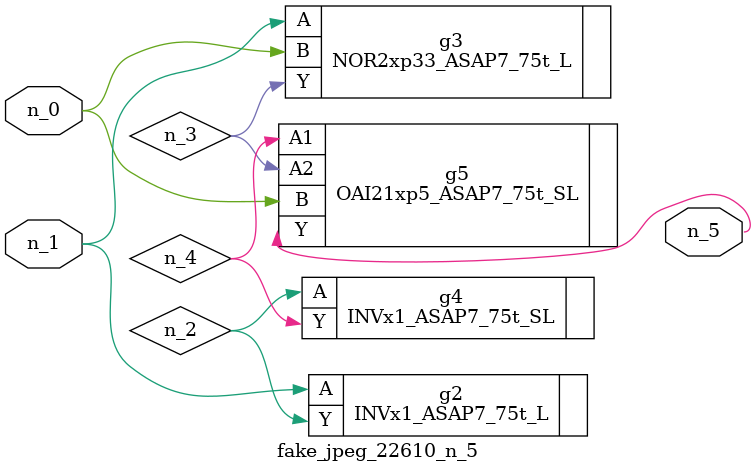
<source format=v>
module fake_jpeg_22610_n_5 (n_0, n_1, n_5);

input n_0;
input n_1;

output n_5;

wire n_3;
wire n_2;
wire n_4;

INVx1_ASAP7_75t_L g2 ( 
.A(n_1),
.Y(n_2)
);

NOR2xp33_ASAP7_75t_L g3 ( 
.A(n_1),
.B(n_0),
.Y(n_3)
);

INVx1_ASAP7_75t_SL g4 ( 
.A(n_2),
.Y(n_4)
);

OAI21xp5_ASAP7_75t_SL g5 ( 
.A1(n_4),
.A2(n_3),
.B(n_0),
.Y(n_5)
);


endmodule
</source>
